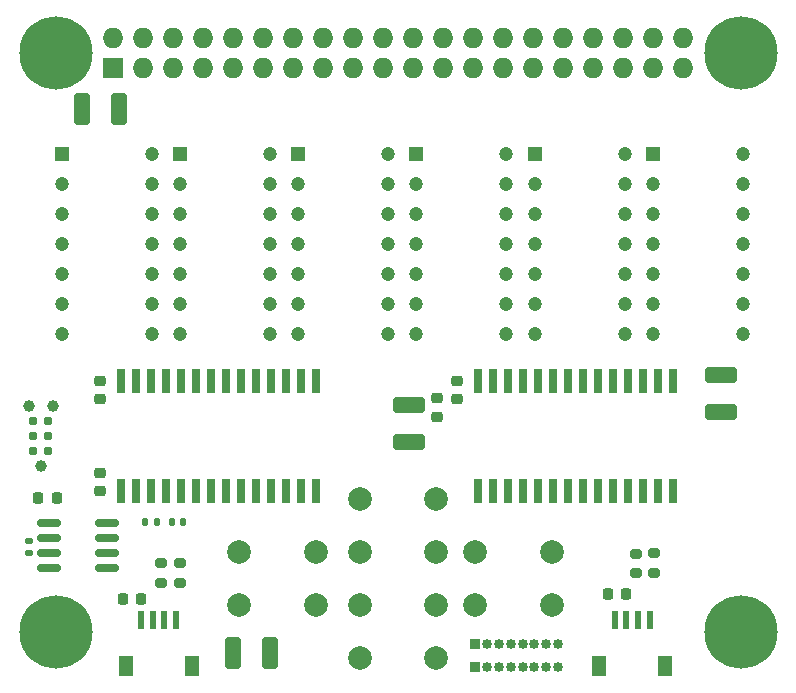
<source format=gts>
%TF.GenerationSoftware,KiCad,Pcbnew,7.0.8*%
%TF.CreationDate,2023-10-22T00:54:02+03:00*%
%TF.ProjectId,ltp_kikad,6c74705f-6b69-46b6-9164-2e6b69636164,rev?*%
%TF.SameCoordinates,Original*%
%TF.FileFunction,Soldermask,Top*%
%TF.FilePolarity,Negative*%
%FSLAX46Y46*%
G04 Gerber Fmt 4.6, Leading zero omitted, Abs format (unit mm)*
G04 Created by KiCad (PCBNEW 7.0.8) date 2023-10-22 00:54:02*
%MOMM*%
%LPD*%
G01*
G04 APERTURE LIST*
G04 Aperture macros list*
%AMRoundRect*
0 Rectangle with rounded corners*
0 $1 Rounding radius*
0 $2 $3 $4 $5 $6 $7 $8 $9 X,Y pos of 4 corners*
0 Add a 4 corners polygon primitive as box body*
4,1,4,$2,$3,$4,$5,$6,$7,$8,$9,$2,$3,0*
0 Add four circle primitives for the rounded corners*
1,1,$1+$1,$2,$3*
1,1,$1+$1,$4,$5*
1,1,$1+$1,$6,$7*
1,1,$1+$1,$8,$9*
0 Add four rect primitives between the rounded corners*
20,1,$1+$1,$2,$3,$4,$5,0*
20,1,$1+$1,$4,$5,$6,$7,0*
20,1,$1+$1,$6,$7,$8,$9,0*
20,1,$1+$1,$8,$9,$2,$3,0*%
G04 Aperture macros list end*
%ADD10R,1.200000X1.200000*%
%ADD11C,1.200000*%
%ADD12RoundRect,0.225000X0.225000X0.250000X-0.225000X0.250000X-0.225000X-0.250000X0.225000X-0.250000X0*%
%ADD13R,0.600000X1.550000*%
%ADD14R,1.200000X1.800000*%
%ADD15RoundRect,0.200000X0.275000X-0.200000X0.275000X0.200000X-0.275000X0.200000X-0.275000X-0.200000X0*%
%ADD16RoundRect,0.225000X0.250000X-0.225000X0.250000X0.225000X-0.250000X0.225000X-0.250000X-0.225000X0*%
%ADD17RoundRect,0.135000X-0.135000X-0.185000X0.135000X-0.185000X0.135000X0.185000X-0.135000X0.185000X0*%
%ADD18C,6.200000*%
%ADD19R,0.650000X2.100000*%
%ADD20RoundRect,0.225000X-0.250000X0.225000X-0.250000X-0.225000X0.250000X-0.225000X0.250000X0.225000X0*%
%ADD21C,2.000000*%
%ADD22RoundRect,0.150000X-0.825000X-0.150000X0.825000X-0.150000X0.825000X0.150000X-0.825000X0.150000X0*%
%ADD23R,0.850000X0.850000*%
%ADD24O,0.850000X0.850000*%
%ADD25RoundRect,0.140000X-0.170000X0.140000X-0.170000X-0.140000X0.170000X-0.140000X0.170000X0.140000X0*%
%ADD26RoundRect,0.147500X0.147500X0.172500X-0.147500X0.172500X-0.147500X-0.172500X0.147500X-0.172500X0*%
%ADD27RoundRect,0.250000X1.100000X-0.412500X1.100000X0.412500X-1.100000X0.412500X-1.100000X-0.412500X0*%
%ADD28RoundRect,0.250000X0.412500X1.100000X-0.412500X1.100000X-0.412500X-1.100000X0.412500X-1.100000X0*%
%ADD29RoundRect,0.250000X-1.100000X0.412500X-1.100000X-0.412500X1.100000X-0.412500X1.100000X0.412500X0*%
%ADD30R,1.727200X1.727200*%
%ADD31O,1.727200X1.727200*%
%ADD32C,0.990600*%
%ADD33C,0.787400*%
%ADD34RoundRect,0.250000X-0.412500X-1.100000X0.412500X-1.100000X0.412500X1.100000X-0.412500X1.100000X0*%
%ADD35RoundRect,0.225000X-0.225000X-0.250000X0.225000X-0.250000X0.225000X0.250000X-0.225000X0.250000X0*%
G04 APERTURE END LIST*
D10*
%TO.C,DS6*%
X173017000Y-65150000D03*
D11*
X173017000Y-67690000D03*
X173017000Y-70230000D03*
X173017000Y-72770000D03*
X173017000Y-75310000D03*
X173017000Y-77850000D03*
X173017000Y-80390000D03*
X180637000Y-80390000D03*
X180637000Y-77850000D03*
X180637000Y-75310000D03*
X180637000Y-72770000D03*
X180637000Y-70230000D03*
X180637000Y-67690000D03*
X180637000Y-65150000D03*
%TD*%
D10*
%TO.C,DS3*%
X143017000Y-65149600D03*
D11*
X143017000Y-67689600D03*
X143017000Y-70229600D03*
X143017000Y-72769600D03*
X143017000Y-75309600D03*
X143017000Y-77849600D03*
X143017000Y-80389600D03*
X150637000Y-80389600D03*
X150637000Y-77849600D03*
X150637000Y-75309600D03*
X150637000Y-72769600D03*
X150637000Y-70229600D03*
X150637000Y-67689600D03*
X150637000Y-65149600D03*
%TD*%
D12*
%TO.C,C3*%
X170762000Y-102400000D03*
X169212000Y-102400000D03*
%TD*%
D13*
%TO.C,J1*%
X129687000Y-104600000D03*
X130687000Y-104600000D03*
X131687000Y-104600000D03*
X132687000Y-104600000D03*
D14*
X128387000Y-108475000D03*
X133987000Y-108475000D03*
%TD*%
D15*
%TO.C,R1*%
X131387000Y-101425000D03*
X131387000Y-99775000D03*
%TD*%
%TO.C,R4*%
X171587000Y-100625000D03*
X171587000Y-98975000D03*
%TD*%
D16*
%TO.C,C5*%
X126187000Y-93675000D03*
X126187000Y-92125000D03*
%TD*%
D17*
%TO.C,R10*%
X130067000Y-96300000D03*
X131087000Y-96300000D03*
%TD*%
D18*
%TO.C,*%
X122466800Y-105572200D03*
%TD*%
%TO.C,*%
X180466800Y-56572200D03*
%TD*%
D19*
%TO.C,IC1*%
X127988900Y-93661600D03*
X129258900Y-93661600D03*
X130528900Y-93661600D03*
X131798900Y-93661600D03*
X133068900Y-93661600D03*
X134338900Y-93661600D03*
X135608900Y-93661600D03*
X136878900Y-93661600D03*
X138148900Y-93661600D03*
X139418900Y-93661600D03*
X140688900Y-93661600D03*
X141958900Y-93661600D03*
X143228900Y-93661600D03*
X144498900Y-93661600D03*
X144498900Y-84361600D03*
X143228900Y-84361600D03*
X141958900Y-84361600D03*
X140688900Y-84361600D03*
X139418900Y-84361600D03*
X138148900Y-84361600D03*
X136878900Y-84361600D03*
X135608900Y-84361600D03*
X134338900Y-84361600D03*
X133068900Y-84361600D03*
X131798900Y-84361600D03*
X130528900Y-84361600D03*
X129258900Y-84361600D03*
X127988900Y-84361600D03*
%TD*%
D20*
%TO.C,C2*%
X156437000Y-84325000D03*
X156437000Y-85875000D03*
%TD*%
D21*
%TO.C,SW4*%
X158012000Y-98850000D03*
X164512000Y-98850000D03*
X158012000Y-103350000D03*
X164512000Y-103350000D03*
%TD*%
D15*
%TO.C,R3*%
X132987000Y-101425000D03*
X132987000Y-99775000D03*
%TD*%
D22*
%TO.C,U1*%
X121912000Y-96395000D03*
X121912000Y-97665000D03*
X121912000Y-98935000D03*
X121912000Y-100205000D03*
X126862000Y-100205000D03*
X126862000Y-98935000D03*
X126862000Y-97665000D03*
X126862000Y-96395000D03*
%TD*%
D23*
%TO.C,J5*%
X158000000Y-106600000D03*
D24*
X159000000Y-106600000D03*
X160000000Y-106600000D03*
X161000000Y-106600000D03*
X162000000Y-106600000D03*
X163000000Y-106600000D03*
X164000000Y-106600000D03*
X165000000Y-106600000D03*
%TD*%
D25*
%TO.C,C7*%
X120187000Y-97920000D03*
X120187000Y-98880000D03*
%TD*%
D10*
%TO.C,DS5*%
X163017000Y-65150000D03*
D11*
X163017000Y-67690000D03*
X163017000Y-70230000D03*
X163017000Y-72770000D03*
X163017000Y-75310000D03*
X163017000Y-77850000D03*
X163017000Y-80390000D03*
X170637000Y-80390000D03*
X170637000Y-77850000D03*
X170637000Y-75310000D03*
X170637000Y-72770000D03*
X170637000Y-70230000D03*
X170637000Y-67690000D03*
X170637000Y-65150000D03*
%TD*%
D26*
%TO.C,D3*%
X133272000Y-96300000D03*
X132302000Y-96300000D03*
%TD*%
D18*
%TO.C,*%
X180466800Y-105572200D03*
%TD*%
D10*
%TO.C,DS2*%
X133017000Y-65150000D03*
D11*
X133017000Y-67690000D03*
X133017000Y-70230000D03*
X133017000Y-72770000D03*
X133017000Y-75310000D03*
X133017000Y-77850000D03*
X133017000Y-80390000D03*
X140637000Y-80390000D03*
X140637000Y-77850000D03*
X140637000Y-75310000D03*
X140637000Y-72770000D03*
X140637000Y-70230000D03*
X140637000Y-67690000D03*
X140637000Y-65150000D03*
%TD*%
D10*
%TO.C,DS1*%
X123017000Y-65150000D03*
D11*
X123017000Y-67690000D03*
X123017000Y-70230000D03*
X123017000Y-72770000D03*
X123017000Y-75310000D03*
X123017000Y-77850000D03*
X123017000Y-80390000D03*
X130637000Y-80390000D03*
X130637000Y-77850000D03*
X130637000Y-75310000D03*
X130637000Y-72770000D03*
X130637000Y-70230000D03*
X130637000Y-67690000D03*
X130637000Y-65150000D03*
%TD*%
D18*
%TO.C,*%
X122466800Y-56572200D03*
%TD*%
D21*
%TO.C,SW1*%
X148212000Y-94350000D03*
X154712000Y-94350000D03*
X148212000Y-98850000D03*
X154712000Y-98850000D03*
%TD*%
D27*
%TO.C,C10*%
X152387000Y-89525000D03*
X152387000Y-86400000D03*
%TD*%
D28*
%TO.C,C11*%
X140587000Y-107400000D03*
X137462000Y-107400000D03*
%TD*%
D15*
%TO.C,R5*%
X173097000Y-100600000D03*
X173097000Y-98950000D03*
%TD*%
D20*
%TO.C,C1*%
X126187000Y-84325000D03*
X126187000Y-85875000D03*
%TD*%
D21*
%TO.C,SW2*%
X138012000Y-98850000D03*
X144512000Y-98850000D03*
X138012000Y-103350000D03*
X144512000Y-103350000D03*
%TD*%
D29*
%TO.C,C17*%
X178787000Y-83837500D03*
X178787000Y-86962500D03*
%TD*%
D30*
%TO.C,J2*%
X127330000Y-57840000D03*
D31*
X127330000Y-55300000D03*
X129870000Y-57840000D03*
X129870000Y-55300000D03*
X132410000Y-57840000D03*
X132410000Y-55300000D03*
X134950000Y-57840000D03*
X134950000Y-55300000D03*
X137490000Y-57840000D03*
X137490000Y-55300000D03*
X140030000Y-57840000D03*
X140030000Y-55300000D03*
X142570000Y-57840000D03*
X142570000Y-55300000D03*
X145110000Y-57840000D03*
X145110000Y-55300000D03*
X147650000Y-57840000D03*
X147650000Y-55300000D03*
X150190000Y-57840000D03*
X150190000Y-55300000D03*
X152730000Y-57840000D03*
X152730000Y-55300000D03*
X155270000Y-57840000D03*
X155270000Y-55300000D03*
X157810000Y-57840000D03*
X157810000Y-55300000D03*
X160350000Y-57840000D03*
X160350000Y-55300000D03*
X162890000Y-57840000D03*
X162890000Y-55300000D03*
X165430000Y-57840000D03*
X165430000Y-55300000D03*
X167970000Y-57840000D03*
X167970000Y-55300000D03*
X170510000Y-57840000D03*
X170510000Y-55300000D03*
X173050000Y-57840000D03*
X173050000Y-55300000D03*
X175590000Y-57840000D03*
X175590000Y-55300000D03*
%TD*%
D32*
%TO.C,J4*%
X121203000Y-91570000D03*
X120187000Y-86490000D03*
X122219000Y-86490000D03*
D33*
X121838000Y-90300000D03*
X120568000Y-90300000D03*
X121838000Y-89030000D03*
X120568000Y-89030000D03*
X121838000Y-87760000D03*
X120568000Y-87760000D03*
%TD*%
D20*
%TO.C,C4*%
X154787000Y-85825000D03*
X154787000Y-87375000D03*
%TD*%
D23*
%TO.C,J6*%
X158000000Y-108600000D03*
D24*
X159000000Y-108600000D03*
X160000000Y-108600000D03*
X161000000Y-108600000D03*
X162000000Y-108600000D03*
X163000000Y-108600000D03*
X164000000Y-108600000D03*
X165000000Y-108600000D03*
%TD*%
D34*
%TO.C,C6*%
X124724500Y-61300000D03*
X127849500Y-61300000D03*
%TD*%
D10*
%TO.C,DS4*%
X153017000Y-65149600D03*
D11*
X153017000Y-67689600D03*
X153017000Y-70229600D03*
X153017000Y-72769600D03*
X153017000Y-75309600D03*
X153017000Y-77849600D03*
X153017000Y-80389600D03*
X160637000Y-80389600D03*
X160637000Y-77849600D03*
X160637000Y-75309600D03*
X160637000Y-72769600D03*
X160637000Y-70229600D03*
X160637000Y-67689600D03*
X160637000Y-65149600D03*
%TD*%
D21*
%TO.C,SW3*%
X148212000Y-103350000D03*
X154712000Y-103350000D03*
X148212000Y-107850000D03*
X154712000Y-107850000D03*
%TD*%
D12*
%TO.C,C8*%
X129737000Y-102800000D03*
X128187000Y-102800000D03*
%TD*%
D13*
%TO.C,J3*%
X169800000Y-104600000D03*
X170800000Y-104600000D03*
X171800000Y-104600000D03*
X172800000Y-104600000D03*
D14*
X168500000Y-108475000D03*
X174100000Y-108475000D03*
%TD*%
D19*
%TO.C,IC2*%
X158258900Y-93661600D03*
X159528900Y-93661600D03*
X160798900Y-93661600D03*
X162068900Y-93661600D03*
X163338900Y-93661600D03*
X164608900Y-93661600D03*
X165878900Y-93661600D03*
X167148900Y-93661600D03*
X168418900Y-93661600D03*
X169688900Y-93661600D03*
X170958900Y-93661600D03*
X172228900Y-93661600D03*
X173498900Y-93661600D03*
X174768900Y-93661600D03*
X174768900Y-84361600D03*
X173498900Y-84361600D03*
X172228900Y-84361600D03*
X170958900Y-84361600D03*
X169688900Y-84361600D03*
X168418900Y-84361600D03*
X167148900Y-84361600D03*
X165878900Y-84361600D03*
X164608900Y-84361600D03*
X163338900Y-84361600D03*
X162068900Y-84361600D03*
X160798900Y-84361600D03*
X159528900Y-84361600D03*
X158258900Y-84361600D03*
%TD*%
D35*
%TO.C,C9*%
X121012000Y-94300000D03*
X122562000Y-94300000D03*
%TD*%
M02*

</source>
